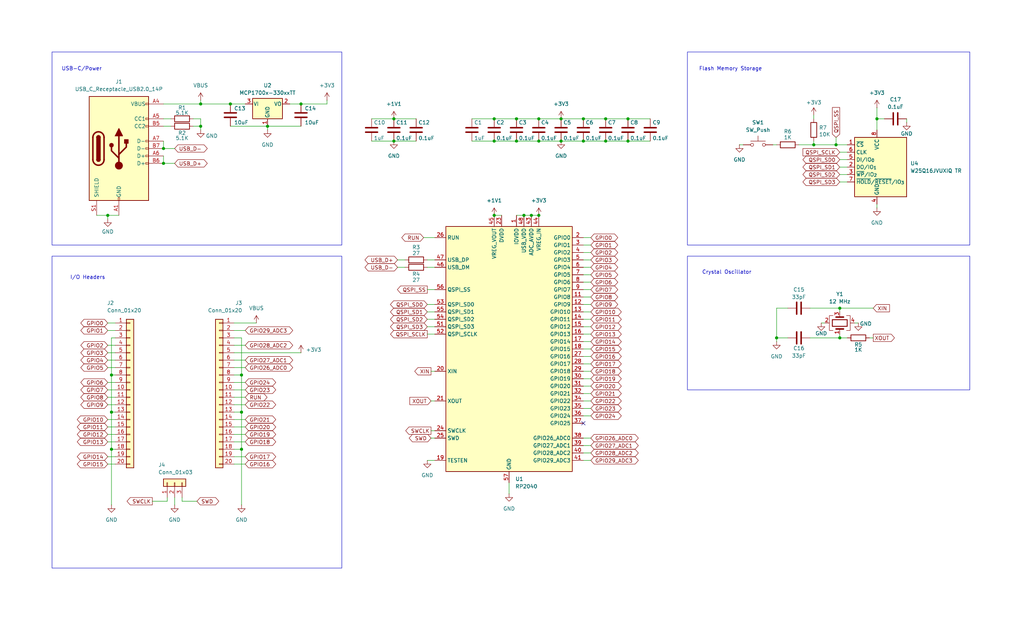
<source format=kicad_sch>
(kicad_sch (version 20250114) (generator "eeschema") (generator_version "9.0")
  (paper "User" 350 220)
  (lib_symbols
    (symbol "Connector:USB_C_Receptacle_USB2.0_14P" (pin_names (offset 1.016))
      (property "Reference" "J" (at 0 22.225 0))
      (property "Value" "USB_C_Receptacle_USB2.0_14P" (at 0 19.685 0))
      (symbol "USB_C_Receptacle_USB2.0_14P_1_1"
        (pin passive line (at -7.62 -22.86 90) (length 5.08) (name "SHIELD") (number "S1"))
        (pin passive line (at 0 -22.86 90) (length 5.08) (name "GND") (number "A1"))
        (pin passive line (at 0 -22.86 90) (length 5.08) (hide yes) (name "GND") (number "A12"))
        (pin passive line (at 0 -22.86 90) (length 5.08) (hide yes) (name "GND") (number "B1"))
        (pin passive line (at 0 -22.86 90) (length 5.08) (hide yes) (name "GND") (number "B12"))
        (pin passive line (at 15.24 15.24 180) (length 5.08) (name "VBUS") (number "A4"))
        (pin passive line (at 15.24 15.24 180) (length 5.08) (hide yes) (name "VBUS") (number "A9"))
        (pin passive line (at 15.24 15.24 180) (length 5.08) (hide yes) (name "VBUS") (number "B4"))
        (pin passive line (at 15.24 15.24 180) (length 5.08) (hide yes) (name "VBUS") (number "B9"))
        (pin bidirectional line (at 15.24 10.16 180) (length 5.08) (name "CC1") (number "A5"))
        (pin bidirectional line (at 15.24 7.62 180) (length 5.08) (name "CC2") (number "B5"))
        (pin bidirectional line (at 15.24 2.54 180) (length 5.08) (name "D-") (number "A7"))
        (pin bidirectional line (at 15.24 0 180) (length 5.08) (name "D-") (number "B7"))
        (pin bidirectional line (at 15.24 -2.54 180) (length 5.08) (name "D+") (number "A6"))
        (pin bidirectional line (at 15.24 -5.08 180) (length 5.08) (name "D+") (number "B6"))
      )
    )
    (symbol "Connector_Generic:Conn_01x03" (pin_names (offset 1.016) (hide yes))
      (property "Reference" "J" (at 0 5.08 0))
      (property "Value" "Conn_01x03" (at 0 -5.08 0))
      (symbol "Conn_01x03_1_1"
        (pin passive line (at -5.08 2.54 0) (length 3.81) (name "Pin_1") (number "1"))
        (pin passive line (at -5.08 0 0) (length 3.81) (name "Pin_2") (number "2"))
        (pin passive line (at -5.08 -2.54 0) (length 3.81) (name "Pin_3") (number "3"))
      )
    )
    (symbol "Connector_Generic:Conn_01x20" (pin_names (offset 1.016) (hide yes))
      (property "Reference" "J" (at 0 25.4 0))
      (property "Value" "Conn_01x20" (at 0 -27.94 0))
      (symbol "Conn_01x20_1_1"
        (pin passive line (at -5.08 22.86 0) (length 3.81) (name "Pin_1") (number "1"))
        (pin passive line (at -5.08 20.32 0) (length 3.81) (name "Pin_2") (number "2"))
        (pin passive line (at -5.08 17.78 0) (length 3.81) (name "Pin_3") (number "3"))
        (pin passive line (at -5.08 15.24 0) (length 3.81) (name "Pin_4") (number "4"))
        (pin passive line (at -5.08 12.7 0) (length 3.81) (name "Pin_5") (number "5"))
        (pin passive line (at -5.08 10.16 0) (length 3.81) (name "Pin_6") (number "6"))
        (pin passive line (at -5.08 7.62 0) (length 3.81) (name "Pin_7") (number "7"))
        (pin passive line (at -5.08 5.08 0) (length 3.81) (name "Pin_8") (number "8"))
        (pin passive line (at -5.08 2.54 0) (length 3.81) (name "Pin_9") (number "9"))
        (pin passive line (at -5.08 0 0) (length 3.81) (name "Pin_10") (number "10"))
        (pin passive line (at -5.08 -2.54 0) (length 3.81) (name "Pin_11") (number "11"))
        (pin passive line (at -5.08 -5.08 0) (length 3.81) (name "Pin_12") (number "12"))
        (pin passive line (at -5.08 -7.62 0) (length 3.81) (name "Pin_13") (number "13"))
        (pin passive line (at -5.08 -10.16 0) (length 3.81) (name "Pin_14") (number "14"))
        (pin passive line (at -5.08 -12.7 0) (length 3.81) (name "Pin_15") (number "15"))
        (pin passive line (at -5.08 -15.24 0) (length 3.81) (name "Pin_16") (number "16"))
        (pin passive line (at -5.08 -17.78 0) (length 3.81) (name "Pin_17") (number "17"))
        (pin passive line (at -5.08 -20.32 0) (length 3.81) (name "Pin_18") (number "18"))
        (pin passive line (at -5.08 -22.86 0) (length 3.81) (name "Pin_19") (number "19"))
        (pin passive line (at -5.08 -25.4 0) (length 3.81) (name "Pin_20") (number "20"))
      )
    )
    (symbol "Device:C" (pin_numbers (hide yes)) (pin_names (offset 0.254))
      (property "Reference" "C" (at 0.635 2.54 0))
      (property "Value" "C" (at 0.635 -2.54 0))
      (symbol "C_1_1"
        (pin passive line (at 0 3.81 270) (length 2.794) (name "~") (number "1"))
        (pin passive line (at 0 -3.81 90) (length 2.794) (name "~") (number "2"))
      )
    )
    (symbol "Device:Crystal_GND24" (pin_names (offset 1.016) (hide yes))
      (property "Reference" "Y" (at 3.175 5.08 0))
      (property "Value" "Crystal_GND24" (at 3.175 3.175 0))
      (symbol "Crystal_GND24_1_1"
        (pin passive line (at -3.81 0 0) (length 1.27) (name "1") (number "1"))
        (pin passive line (at 0 5.08 270) (length 1.27) (name "2") (number "2"))
        (pin passive line (at 0 -5.08 90) (length 1.27) (name "4") (number "4"))
        (pin passive line (at 3.81 0 180) (length 1.27) (name "3") (number "3"))
      )
    )
    (symbol "Device:R" (pin_numbers (hide yes)) (pin_names (offset 0))
      (property "Reference" "R" (at 2.032 0 90))
      (property "Value" "R" (at 0 0 90))
      (symbol "R_1_1"
        (pin passive line (at 0 3.81 270) (length 1.27) (name "~") (number "1"))
        (pin passive line (at 0 -3.81 90) (length 1.27) (name "~") (number "2"))
      )
    )
    (symbol "MCU_RaspberryPi:RP2040"
      (property "Reference" "U" (at 17.78 45.72 0))
      (property "Value" "RP2040" (at 17.78 43.18 0))
      (symbol "RP2040_1_1"
        (pin input line (at -25.4 38.1 0) (length 3.81) (name "RUN") (number "26"))
        (pin bidirectional line (at -25.4 30.48 0) (length 3.81) (name "USB_DP") (number "47"))
        (pin bidirectional line (at -25.4 27.94 0) (length 3.81) (name "USB_DM") (number "46"))
        (pin bidirectional line (at -25.4 20.32 0) (length 3.81) (name "QSPI_SS") (number "56"))
        (pin bidirectional line (at -25.4 15.24 0) (length 3.81) (name "QSPI_SD0") (number "53"))
        (pin bidirectional line (at -25.4 12.7 0) (length 3.81) (name "QSPI_SD1") (number "55"))
        (pin bidirectional line (at -25.4 10.16 0) (length 3.81) (name "QSPI_SD2") (number "54"))
        (pin bidirectional line (at -25.4 7.62 0) (length 3.81) (name "QSPI_SD3") (number "51"))
        (pin output line (at -25.4 5.08 0) (length 3.81) (name "QSPI_SCLK") (number "52"))
        (pin input line (at -25.4 -7.62 0) (length 3.81) (name "XIN") (number "20"))
        (pin passive line (at -25.4 -17.78 0) (length 3.81) (name "XOUT") (number "21"))
        (pin input line (at -25.4 -27.94 0) (length 3.81) (name "SWCLK") (number "24"))
        (pin bidirectional line (at -25.4 -30.48 0) (length 3.81) (name "SWD") (number "25"))
        (pin input line (at -25.4 -38.1 0) (length 3.81) (name "TESTEN") (number "19"))
        (pin power_out line (at -5.08 45.72 270) (length 3.81) (name "VREG_VOUT") (number "45"))
        (pin power_in line (at -2.54 45.72 270) (length 3.81) (name "DVDD") (number "23"))
        (pin passive line (at -2.54 45.72 270) (length 3.81) (hide yes) (name "DVDD") (number "50"))
        (pin power_in line (at 0 -45.72 90) (length 3.81) (name "GND") (number "57"))
        (pin power_in line (at 2.54 45.72 270) (length 3.81) (name "IOVDD") (number "1"))
        (pin passive line (at 2.54 45.72 270) (length 3.81) (hide yes) (name "IOVDD") (number "10"))
        (pin passive line (at 2.54 45.72 270) (length 3.81) (hide yes) (name "IOVDD") (number "22"))
        (pin passive line (at 2.54 45.72 270) (length 3.81) (hide yes) (name "IOVDD") (number "33"))
        (pin passive line (at 2.54 45.72 270) (length 3.81) (hide yes) (name "IOVDD") (number "42"))
        (pin passive line (at 2.54 45.72 270) (length 3.81) (hide yes) (name "IOVDD") (number "49"))
        (pin power_in line (at 5.08 45.72 270) (length 3.81) (name "USB_VDD") (number "48"))
        (pin power_in line (at 7.62 45.72 270) (length 3.81) (name "ADC_AVDD") (number "43"))
        (pin power_in line (at 10.16 45.72 270) (length 3.81) (name "VREG_IN") (number "44"))
        (pin bidirectional line (at 25.4 38.1 180) (length 3.81) (name "GPIO0") (number "2"))
        (pin bidirectional line (at 25.4 35.56 180) (length 3.81) (name "GPIO1") (number "3"))
        (pin bidirectional line (at 25.4 33.02 180) (length 3.81) (name "GPIO2") (number "4"))
        (pin bidirectional line (at 25.4 30.48 180) (length 3.81) (name "GPIO3") (number "5"))
        (pin bidirectional line (at 25.4 27.94 180) (length 3.81) (name "GPIO4") (number "6"))
        (pin bidirectional line (at 25.4 25.4 180) (length 3.81) (name "GPIO5") (number "7"))
        (pin bidirectional line (at 25.4 22.86 180) (length 3.81) (name "GPIO6") (number "8"))
        (pin bidirectional line (at 25.4 20.32 180) (length 3.81) (name "GPIO7") (number "9"))
        (pin bidirectional line (at 25.4 17.78 180) (length 3.81) (name "GPIO8") (number "11"))
        (pin bidirectional line (at 25.4 15.24 180) (length 3.81) (name "GPIO9") (number "12"))
        (pin bidirectional line (at 25.4 12.7 180) (length 3.81) (name "GPIO10") (number "13"))
        (pin bidirectional line (at 25.4 10.16 180) (length 3.81) (name "GPIO11") (number "14"))
        (pin bidirectional line (at 25.4 7.62 180) (length 3.81) (name "GPIO12") (number "15"))
        (pin bidirectional line (at 25.4 5.08 180) (length 3.81) (name "GPIO13") (number "16"))
        (pin bidirectional line (at 25.4 2.54 180) (length 3.81) (name "GPIO14") (number "17"))
        (pin bidirectional line (at 25.4 0 180) (length 3.81) (name "GPIO15") (number "18"))
        (pin bidirectional line (at 25.4 -2.54 180) (length 3.81) (name "GPIO16") (number "27"))
        (pin bidirectional line (at 25.4 -5.08 180) (length 3.81) (name "GPIO17") (number "28"))
        (pin bidirectional line (at 25.4 -7.62 180) (length 3.81) (name "GPIO18") (number "29"))
        (pin bidirectional line (at 25.4 -10.16 180) (length 3.81) (name "GPIO19") (number "30"))
        (pin bidirectional line (at 25.4 -12.7 180) (length 3.81) (name "GPIO20") (number "31"))
        (pin bidirectional line (at 25.4 -15.24 180) (length 3.81) (name "GPIO21") (number "32"))
        (pin bidirectional line (at 25.4 -17.78 180) (length 3.81) (name "GPIO22") (number "34"))
        (pin bidirectional line (at 25.4 -20.32 180) (length 3.81) (name "GPIO23") (number "35"))
        (pin bidirectional line (at 25.4 -22.86 180) (length 3.81) (name "GPIO24") (number "36"))
        (pin bidirectional line (at 25.4 -25.4 180) (length 3.81) (name "GPIO25") (number "37"))
        (pin bidirectional line (at 25.4 -30.48 180) (length 3.81) (name "GPIO26_ADC0") (number "38"))
        (pin bidirectional line (at 25.4 -33.02 180) (length 3.81) (name "GPIO27_ADC1") (number "39"))
        (pin bidirectional line (at 25.4 -35.56 180) (length 3.81) (name "GPIO28_ADC2") (number "40"))
        (pin bidirectional line (at 25.4 -38.1 180) (length 3.81) (name "GPIO29_ADC3") (number "41"))
      )
    )
    (symbol "Memory_Flash:W25Q128JVS"
      (property "Reference" "U" (at -6.35 11.43 0))
      (property "Value" "W25Q128JVS" (at 7.62 11.43 0))
      (symbol "W25Q128JVS_1_1"
        (pin input line (at -10.16 7.62 0) (length 2.54) (name "~{CS}") (number "1"))
        (pin input line (at -10.16 5.08 0) (length 2.54) (name "CLK") (number "6"))
        (pin bidirectional line (at -10.16 2.54 0) (length 2.54) (name "DI/IO_{0}") (number "5"))
        (pin bidirectional line (at -10.16 0 0) (length 2.54) (name "DO/IO_{1}") (number "2"))
        (pin bidirectional line (at -10.16 -2.54 0) (length 2.54) (name "~{WP}/IO_{2}") (number "3"))
        (pin bidirectional line (at -10.16 -5.08 0) (length 2.54) (name "~{HOLD}/~{RESET}/IO_{3}") (number "7"))
        (pin power_in line (at 0 12.7 270) (length 2.54) (name "VCC") (number "8"))
        (pin power_in line (at 0 -12.7 90) (length 2.54) (name "GND") (number "4"))
      )
    )
    (symbol "Regulator_Linear:MCP1700x-330xxTT" (pin_names (offset 0.254))
      (property "Reference" "U" (at -3.81 3.175 0))
      (property "Value" "MCP1700x-330xxTT" (at 0 3.175 0))
      (symbol "MCP1700x-330xxTT_1_1"
        (pin power_in line (at -7.62 0 0) (length 2.54) (name "VI") (number "3"))
        (pin power_in line (at 0 -7.62 90) (length 2.54) (name "GND") (number "1"))
        (pin power_out line (at 7.62 0 180) (length 2.54) (name "VO") (number "2"))
      )
    )
    (symbol "Switch:SW_Push" (pin_numbers (hide yes)) (pin_names (offset 1.016) (hide yes))
      (property "Reference" "SW" (at 1.27 2.54 0))
      (property "Value" "SW_Push" (at 0 -1.524 0))
      (symbol "SW_Push_0_1"
        (pin passive line (at -5.08 0 0) (length 2.54) (name "1") (number "1"))
        (pin passive line (at 5.08 0 180) (length 2.54) (name "2") (number "2"))
      )
    )
    (symbol "power:+1V1" (power) (pin_numbers (hide yes)) (pin_names (offset 0) (hide yes))
      (property "Value" "+1V1" (at 0 3.556 0))
      (symbol "+1V1_1_1"
        (pin power_in line (at 0 0 90) (length 0) (name "~") (number "1"))
      )
    )
    (symbol "power:+3V3" (power) (pin_numbers (hide yes)) (pin_names (offset 0) (hide yes))
      (property "Value" "+3V3" (at 0 3.556 0))
      (symbol "+3V3_1_1"
        (pin power_in line (at 0 0 90) (length 0) (name "~") (number "1"))
      )
    )
    (symbol "power:GND" (power) (pin_numbers (hide yes)) (pin_names (offset 0) (hide yes))
      (property "Value" "GND" (at 0 -3.81 0))
      (symbol "GND_1_1"
        (pin power_in line (at 0 0 270) (length 0) (name "~") (number "1"))
      )
    )
    (symbol "power:VBUS" (power) (pin_numbers (hide yes)) (pin_names (offset 0) (hide yes))
      (property "Value" "VBUS" (at 0 3.556 0))
      (symbol "VBUS_1_1"
        (pin power_in line (at 0 0 90) (length 0) (name "~") (number "1"))
      )
    )
  )
  (rectangle (start 17.78 87.63) (end 116.84 194.31))
  (rectangle (start 234.95 87.63) (end 331.47 133.35))
  (rectangle (start 234.95 17.78) (end 331.47 83.82))
  (rectangle (start 17.78 17.78) (end 116.84 83.82))
  (text "Crystal Oscillator" (at 248.412 93.218 0) (effects (font (size 1.27 1.27))))
  (text "I/O Headers\n" (at 29.972 94.996 0) (effects (font (size 1.27 1.27))))
  (text "Flash Memory Storage\n" (at 249.682 23.622 0) (effects (font (size 1.27 1.27))))
  (text "USB-C/Power\n" (at 27.94 23.622 0) (effects (font (size 1.27 1.27))))
  (junction (at 38.1 153.67))
  (junction (at 278.13 49.53))
  (junction (at 176.53 48.26))
  (junction (at 168.91 40.64))
  (junction (at 287.02 105.41))
  (junction (at 68.58 35.56))
  (junction (at 55.88 50.8))
  (junction (at 265.43 115.57))
  (junction (at 207.01 48.26))
  (junction (at 181.61 73.66))
  (junction (at 184.15 73.66))
  (junction (at 285.75 49.53))
  (junction (at 214.63 48.26))
  (junction (at 191.77 40.64))
  (junction (at 287.02 115.57))
  (junction (at 82.55 128.27))
  (junction (at 38.1 128.27))
  (junction (at 82.55 153.67))
  (junction (at 134.62 40.64))
  (junction (at 168.91 48.26))
  (junction (at 184.15 48.26))
  (junction (at 191.77 48.26))
  (junction (at 168.91 73.66))
  (junction (at 199.39 48.26))
  (junction (at 82.55 140.97))
  (junction (at 91.44 43.18))
  (junction (at 199.39 40.64))
  (junction (at 184.15 40.64))
  (junction (at 78.74 35.56))
  (junction (at 38.1 140.97))
  (junction (at 134.62 48.26))
  (junction (at 36.83 73.66))
  (junction (at 207.01 40.64))
  (junction (at 68.58 43.18))
  (junction (at 102.87 35.56))
  (junction (at 179.07 73.66))
  (junction (at 176.53 40.64))
  (junction (at 55.88 55.88))
  (junction (at 299.72 40.64))
  (junction (at 214.63 40.64))
  (no_connect (at 199.39 144.78))
  (wire (pts (xy 52.07 171.45) (xy 57.15 171.45)))
  (wire (pts (xy 176.53 73.66) (xy 179.07 73.66)))
  (wire (pts (xy 36.83 158.75) (xy 39.37 158.75)))
  (wire (pts (xy 135.89 91.44) (xy 138.43 91.44)))
  (wire (pts (xy 265.43 115.57) (xy 265.43 116.84)))
  (wire (pts (xy 199.39 139.7) (xy 201.93 139.7)))
  (wire (pts (xy 80.01 110.49) (xy 87.63 110.49)))
  (wire (pts (xy 287.02 105.41) (xy 287.02 106.68)))
  (wire (pts (xy 252.73 49.53) (xy 254 49.53)))
  (wire (pts (xy 83.82 113.03) (xy 80.01 113.03)))
  (wire (pts (xy 199.39 111.76) (xy 201.93 111.76)))
  (wire (pts (xy 82.55 153.67) (xy 82.55 140.97)))
  (wire (pts (xy 62.23 170.18) (xy 62.23 171.45)))
  (wire (pts (xy 297.18 115.57) (xy 298.45 115.57)))
  (wire (pts (xy 287.02 105.41) (xy 298.45 105.41)))
  (wire (pts (xy 55.88 40.64) (xy 58.42 40.64)))
  (wire (pts (xy 80.01 140.97) (xy 82.55 140.97)))
  (wire (pts (xy 269.24 105.41) (xy 265.43 105.41)))
  (wire (pts (xy 36.83 148.59) (xy 39.37 148.59)))
  (wire (pts (xy 55.88 55.88) (xy 59.69 55.88)))
  (wire (pts (xy 199.39 137.16) (xy 201.93 137.16)))
  (wire (pts (xy 287.02 62.23) (xy 289.56 62.23)))
  (wire (pts (xy 83.82 156.21) (xy 80.01 156.21)))
  (wire (pts (xy 199.39 114.3) (xy 201.93 114.3)))
  (wire (pts (xy 199.39 101.6) (xy 201.93 101.6)))
  (wire (pts (xy 68.58 34.29) (xy 68.58 35.56)))
  (wire (pts (xy 134.62 40.64) (xy 142.24 40.64)))
  (wire (pts (xy 83.82 138.43) (xy 80.01 138.43)))
  (wire (pts (xy 146.05 109.22) (xy 148.59 109.22)))
  (wire (pts (xy 214.63 48.26) (xy 222.25 48.26)))
  (wire (pts (xy 199.39 127) (xy 201.93 127)))
  (wire (pts (xy 146.05 157.48) (xy 148.59 157.48)))
  (wire (pts (xy 36.83 143.51) (xy 39.37 143.51)))
  (wire (pts (xy 36.83 135.89) (xy 39.37 135.89)))
  (wire (pts (xy 161.29 40.64) (xy 168.91 40.64)))
  (wire (pts (xy 199.39 93.98) (xy 201.93 93.98)))
  (wire (pts (xy 80.01 120.65) (xy 102.87 120.65)))
  (wire (pts (xy 287.02 54.61) (xy 289.56 54.61)))
  (wire (pts (xy 36.83 133.35) (xy 39.37 133.35)))
  (wire (pts (xy 36.83 130.81) (xy 39.37 130.81)))
  (wire (pts (xy 264.16 49.53) (xy 265.43 49.53)))
  (wire (pts (xy 285.75 46.99) (xy 285.75 49.53)))
  (wire (pts (xy 147.32 147.32) (xy 148.59 147.32)))
  (wire (pts (xy 66.04 40.64) (xy 68.58 40.64)))
  (wire (pts (xy 38.1 153.67) (xy 38.1 172.72)))
  (wire (pts (xy 199.39 154.94) (xy 201.93 154.94)))
  (wire (pts (xy 199.39 157.48) (xy 201.93 157.48)))
  (wire (pts (xy 38.1 128.27) (xy 38.1 140.97)))
  (wire (pts (xy 55.88 35.56) (xy 68.58 35.56)))
  (wire (pts (xy 83.82 146.05) (xy 80.01 146.05)))
  (wire (pts (xy 176.53 48.26) (xy 184.15 48.26)))
  (wire (pts (xy 146.05 99.06) (xy 148.59 99.06)))
  (wire (pts (xy 36.83 73.66) (xy 40.64 73.66)))
  (wire (pts (xy 68.58 43.18) (xy 68.58 44.45)))
  (wire (pts (xy 78.74 43.18) (xy 91.44 43.18)))
  (wire (pts (xy 199.39 109.22) (xy 201.93 109.22)))
  (wire (pts (xy 39.37 115.57) (xy 38.1 115.57)))
  (wire (pts (xy 62.23 171.45) (xy 67.31 171.45)))
  (wire (pts (xy 59.69 172.72) (xy 59.69 170.18)))
  (wire (pts (xy 82.55 140.97) (xy 82.55 128.27)))
  (wire (pts (xy 168.91 73.66) (xy 171.45 73.66)))
  (wire (pts (xy 127 48.26) (xy 134.62 48.26)))
  (wire (pts (xy 55.88 50.8) (xy 59.69 50.8)))
  (wire (pts (xy 299.72 36.83) (xy 299.72 40.64)))
  (wire (pts (xy 146.05 91.44) (xy 148.59 91.44)))
  (wire (pts (xy 199.39 142.24) (xy 201.93 142.24)))
  (wire (pts (xy 199.39 99.06) (xy 201.93 99.06)))
  (wire (pts (xy 285.75 49.53) (xy 289.56 49.53)))
  (wire (pts (xy 66.04 43.18) (xy 68.58 43.18)))
  (wire (pts (xy 36.83 125.73) (xy 39.37 125.73)))
  (wire (pts (xy 134.62 48.26) (xy 142.24 48.26)))
  (wire (pts (xy 181.61 73.66) (xy 184.15 73.66)))
  (wire (pts (xy 199.39 104.14) (xy 201.93 104.14)))
  (wire (pts (xy 199.39 91.44) (xy 201.93 91.44)))
  (wire (pts (xy 36.83 156.21) (xy 39.37 156.21)))
  (wire (pts (xy 36.83 118.11) (xy 39.37 118.11)))
  (wire (pts (xy 179.07 73.66) (xy 181.61 73.66)))
  (wire (pts (xy 38.1 115.57) (xy 38.1 128.27)))
  (wire (pts (xy 82.55 115.57) (xy 80.01 115.57)))
  (wire (pts (xy 199.39 134.62) (xy 201.93 134.62)))
  (wire (pts (xy 207.01 48.26) (xy 214.63 48.26)))
  (wire (pts (xy 80.01 153.67) (xy 82.55 153.67)))
  (wire (pts (xy 269.24 115.57) (xy 265.43 115.57)))
  (wire (pts (xy 68.58 35.56) (xy 78.74 35.56)))
  (wire (pts (xy 292.1 110.49) (xy 293.37 110.49)))
  (wire (pts (xy 199.39 40.64) (xy 207.01 40.64)))
  (wire (pts (xy 299.72 69.85) (xy 299.72 71.12)))
  (wire (pts (xy 99.06 35.56) (xy 102.87 35.56)))
  (wire (pts (xy 287.02 115.57) (xy 287.02 114.3)))
  (wire (pts (xy 161.29 48.26) (xy 168.91 48.26)))
  (wire (pts (xy 199.39 81.28) (xy 201.93 81.28)))
  (wire (pts (xy 135.89 88.9) (xy 138.43 88.9)))
  (wire (pts (xy 287.02 59.69) (xy 289.56 59.69)))
  (wire (pts (xy 265.43 105.41) (xy 265.43 115.57)))
  (wire (pts (xy 191.77 48.26) (xy 199.39 48.26)))
  (wire (pts (xy 184.15 48.26) (xy 191.77 48.26)))
  (wire (pts (xy 144.78 81.28) (xy 148.59 81.28)))
  (wire (pts (xy 184.15 40.64) (xy 191.77 40.64)))
  (wire (pts (xy 83.82 151.13) (xy 80.01 151.13)))
  (wire (pts (xy 55.88 48.26) (xy 55.88 50.8)))
  (wire (pts (xy 299.72 40.64) (xy 299.72 44.45)))
  (wire (pts (xy 199.39 121.92) (xy 201.93 121.92)))
  (wire (pts (xy 82.55 128.27) (xy 82.55 115.57)))
  (wire (pts (xy 36.83 113.03) (xy 39.37 113.03)))
  (wire (pts (xy 83.82 135.89) (xy 80.01 135.89)))
  (wire (pts (xy 146.05 88.9) (xy 148.59 88.9)))
  (wire (pts (xy 33.02 73.66) (xy 36.83 73.66)))
  (wire (pts (xy 91.44 44.45) (xy 91.44 43.18)))
  (wire (pts (xy 207.01 40.64) (xy 214.63 40.64)))
  (wire (pts (xy 38.1 140.97) (xy 39.37 140.97)))
  (wire (pts (xy 80.01 128.27) (xy 82.55 128.27)))
  (wire (pts (xy 83.82 143.51) (xy 80.01 143.51)))
  (wire (pts (xy 146.05 114.3) (xy 148.59 114.3)))
  (wire (pts (xy 68.58 40.64) (xy 68.58 43.18)))
  (wire (pts (xy 276.86 105.41) (xy 287.02 105.41)))
  (wire (pts (xy 168.91 48.26) (xy 176.53 48.26)))
  (wire (pts (xy 147.32 137.16) (xy 148.59 137.16)))
  (wire (pts (xy 199.39 129.54) (xy 201.93 129.54)))
  (wire (pts (xy 127 40.64) (xy 134.62 40.64)))
  (wire (pts (xy 147.32 149.86) (xy 148.59 149.86)))
  (wire (pts (xy 91.44 43.18) (xy 102.87 43.18)))
  (wire (pts (xy 199.39 116.84) (xy 201.93 116.84)))
  (wire (pts (xy 36.83 138.43) (xy 39.37 138.43)))
  (wire (pts (xy 309.88 41.91) (xy 309.88 40.64)))
  (wire (pts (xy 287.02 52.07) (xy 289.56 52.07)))
  (wire (pts (xy 146.05 111.76) (xy 148.59 111.76)))
  (wire (pts (xy 199.39 149.86) (xy 201.93 149.86)))
  (wire (pts (xy 199.39 83.82) (xy 201.93 83.82)))
  (wire (pts (xy 199.39 119.38) (xy 201.93 119.38)))
  (wire (pts (xy 168.91 40.64) (xy 176.53 40.64)))
  (wire (pts (xy 302.26 40.64) (xy 299.72 40.64)))
  (wire (pts (xy 280.67 110.49) (xy 281.94 110.49)))
  (wire (pts (xy 78.74 35.56) (xy 83.82 35.56)))
  (wire (pts (xy 83.82 158.75) (xy 80.01 158.75)))
  (wire (pts (xy 199.39 88.9) (xy 201.93 88.9)))
  (wire (pts (xy 278.13 49.53) (xy 285.75 49.53)))
  (wire (pts (xy 80.01 118.11) (xy 83.82 118.11)))
  (wire (pts (xy 83.82 130.81) (xy 80.01 130.81)))
  (wire (pts (xy 199.39 152.4) (xy 201.93 152.4)))
  (wire (pts (xy 199.39 106.68) (xy 201.93 106.68)))
  (wire (pts (xy 55.88 43.18) (xy 58.42 43.18)))
  (wire (pts (xy 287.02 57.15) (xy 289.56 57.15)))
  (wire (pts (xy 147.32 127) (xy 148.59 127)))
  (wire (pts (xy 57.15 171.45) (xy 57.15 170.18)))
  (wire (pts (xy 111.76 35.56) (xy 102.87 35.56)))
  (wire (pts (xy 38.1 128.27) (xy 39.37 128.27)))
  (wire (pts (xy 173.99 165.1) (xy 173.99 168.91)))
  (wire (pts (xy 36.83 123.19) (xy 39.37 123.19)))
  (wire (pts (xy 287.02 115.57) (xy 289.56 115.57)))
  (wire (pts (xy 36.83 110.49) (xy 39.37 110.49)))
  (wire (pts (xy 278.13 48.26) (xy 278.13 49.53)))
  (wire (pts (xy 191.77 40.64) (xy 199.39 40.64)))
  (wire (pts (xy 111.76 34.29) (xy 111.76 35.56)))
  (wire (pts (xy 146.05 106.68) (xy 148.59 106.68)))
  (wire (pts (xy 199.39 86.36) (xy 201.93 86.36)))
  (wire (pts (xy 82.55 172.72) (xy 82.55 153.67)))
  (wire (pts (xy 214.63 40.64) (xy 222.25 40.64)))
  (wire (pts (xy 176.53 40.64) (xy 184.15 40.64)))
  (wire (pts (xy 38.1 153.67) (xy 39.37 153.67)))
  (wire (pts (xy 199.39 124.46) (xy 201.93 124.46)))
  (wire (pts (xy 273.05 49.53) (xy 278.13 49.53)))
  (wire (pts (xy 38.1 140.97) (xy 38.1 153.67)))
  (wire (pts (xy 278.13 39.37) (xy 278.13 40.64)))
  (wire (pts (xy 276.86 115.57) (xy 287.02 115.57)))
  (wire (pts (xy 146.05 104.14) (xy 148.59 104.14)))
  (wire (pts (xy 55.88 53.34) (xy 55.88 55.88)))
  (wire (pts (xy 83.82 133.35) (xy 80.01 133.35)))
  (wire (pts (xy 83.82 125.73) (xy 80.01 125.73)))
  (wire (pts (xy 83.82 148.59) (xy 80.01 148.59)))
  (wire (pts (xy 36.83 120.65) (xy 39.37 120.65)))
  (wire (pts (xy 36.83 151.13) (xy 39.37 151.13)))
  (wire (pts (xy 36.83 146.05) (xy 39.37 146.05)))
  (wire (pts (xy 199.39 132.08) (xy 201.93 132.08)))
  (wire (pts (xy 36.83 74.93) (xy 36.83 73.66)))
  (wire (pts (xy 199.39 48.26) (xy 207.01 48.26)))
  (wire (pts (xy 199.39 96.52) (xy 201.93 96.52)))
  (wire (pts (xy 80.01 123.19) (xy 83.82 123.19)))
  (global_label "GPIO9" (shape bidirectional) (at 201.93 104.14 0) (property "Intersheetrefs" "${INTERSHEET_REFS}" (effects (hide yes))))
  (global_label "QSPI_SD1" (shape bidirectional) (at 146.05 106.68 180) (property "Intersheetrefs" "${INTERSHEET_REFS}" (effects (hide yes))))
  (global_label "GPIO5" (shape bidirectional) (at 201.93 93.98 0) (property "Intersheetrefs" "${INTERSHEET_REFS}" (effects (hide yes))))
  (global_label "GPIO4" (shape bidirectional) (at 201.93 91.44 0) (property "Intersheetrefs" "${INTERSHEET_REFS}" (effects (hide yes))))
  (global_label "XOUT" (shape output) (at 298.45 115.57 0) (property "Intersheetrefs" "${INTERSHEET_REFS}" (effects (hide yes))))
  (global_label "GPIO21" (shape bidirectional) (at 201.93 134.62 0) (property "Intersheetrefs" "${INTERSHEET_REFS}" (effects (hide yes))))
  (global_label "GPIO18" (shape bidirectional) (at 201.93 127 0) (property "Intersheetrefs" "${INTERSHEET_REFS}" (effects (hide yes))))
  (global_label "GPIO29_ADC3" (shape bidirectional) (at 201.93 157.48 0) (property "Intersheetrefs" "${INTERSHEET_REFS}" (effects (hide yes))))
  (global_label "GPIO2" (shape bidirectional) (at 36.83 118.11 180) (property "Intersheetrefs" "${INTERSHEET_REFS}" (effects (hide yes))))
  (global_label "GPIO7" (shape bidirectional) (at 36.83 133.35 180) (property "Intersheetrefs" "${INTERSHEET_REFS}" (effects (hide yes))))
  (global_label "GPIO13" (shape bidirectional) (at 201.93 114.3 0) (property "Intersheetrefs" "${INTERSHEET_REFS}" (effects (hide yes))))
  (global_label "GPIO1" (shape bidirectional) (at 36.83 113.03 180) (property "Intersheetrefs" "${INTERSHEET_REFS}" (effects (hide yes))))
  (global_label "GPIO14" (shape bidirectional) (at 36.83 156.21 180) (property "Intersheetrefs" "${INTERSHEET_REFS}" (effects (hide yes))))
  (global_label "GPIO19" (shape bidirectional) (at 201.93 129.54 0) (property "Intersheetrefs" "${INTERSHEET_REFS}" (effects (hide yes))))
  (global_label "GPIO6" (shape bidirectional) (at 36.83 130.81 180) (property "Intersheetrefs" "${INTERSHEET_REFS}" (effects (hide yes))))
  (global_label "GPIO20" (shape bidirectional) (at 83.82 146.05 0) (property "Intersheetrefs" "${INTERSHEET_REFS}" (effects (hide yes))))
  (global_label "GPIO3" (shape bidirectional) (at 201.93 88.9 0) (property "Intersheetrefs" "${INTERSHEET_REFS}" (effects (hide yes))))
  (global_label "GPIO16" (shape bidirectional) (at 83.82 158.75 0) (property "Intersheetrefs" "${INTERSHEET_REFS}" (effects (hide yes))))
  (global_label "SWD" (shape bidirectional) (at 67.31 171.45 0) (property "Intersheetrefs" "${INTERSHEET_REFS}" (effects (hide yes))))
  (global_label "GPIO19" (shape bidirectional) (at 83.82 148.59 0) (property "Intersheetrefs" "${INTERSHEET_REFS}" (effects (hide yes))))
  (global_label "GPIO29_ADC3" (shape bidirectional) (at 83.82 113.03 0) (property "Intersheetrefs" "${INTERSHEET_REFS}" (effects (hide yes))))
  (global_label "QSPI_SD2" (shape bidirectional) (at 146.05 109.22 180) (property "Intersheetrefs" "${INTERSHEET_REFS}" (effects (hide yes))))
  (global_label "QSPI_SD3" (shape bidirectional) (at 287.02 62.23 180) (property "Intersheetrefs" "${INTERSHEET_REFS}" (effects (hide yes))))
  (global_label "GPIO27_ADC1" (shape bidirectional) (at 83.82 123.19 0) (property "Intersheetrefs" "${INTERSHEET_REFS}" (effects (hide yes))))
  (global_label "GPIO17" (shape bidirectional) (at 201.93 124.46 0) (property "Intersheetrefs" "${INTERSHEET_REFS}" (effects (hide yes))))
  (global_label "GPIO9" (shape bidirectional) (at 36.83 138.43 180) (property "Intersheetrefs" "${INTERSHEET_REFS}" (effects (hide yes))))
  (global_label "GPIO12" (shape bidirectional) (at 36.83 148.59 180) (property "Intersheetrefs" "${INTERSHEET_REFS}" (effects (hide yes))))
  (global_label "USB_D+" (shape bidirectional) (at 135.89 88.9 180) (property "Intersheetrefs" "${INTERSHEET_REFS}" (effects (hide yes))))
  (global_label "GPIO5" (shape bidirectional) (at 36.83 125.73 180) (property "Intersheetrefs" "${INTERSHEET_REFS}" (effects (hide yes))))
  (global_label "GPIO21" (shape bidirectional) (at 83.82 143.51 0) (property "Intersheetrefs" "${INTERSHEET_REFS}" (effects (hide yes))))
  (global_label "GPIO18" (shape bidirectional) (at 83.82 151.13 0) (property "Intersheetrefs" "${INTERSHEET_REFS}" (effects (hide yes))))
  (global_label "GPIO2" (shape bidirectional) (at 201.93 86.36 0) (property "Intersheetrefs" "${INTERSHEET_REFS}" (effects (hide yes))))
  (global_label "GPIO14" (shape bidirectional) (at 201.93 116.84 0) (property "Intersheetrefs" "${INTERSHEET_REFS}" (effects (hide yes))))
  (global_label "GPIO10" (shape bidirectional) (at 36.83 143.51 180) (property "Intersheetrefs" "${INTERSHEET_REFS}" (effects (hide yes))))
  (global_label "GPIO24" (shape bidirectional) (at 201.93 142.24 0) (property "Intersheetrefs" "${INTERSHEET_REFS}" (effects (hide yes))))
  (global_label "GPIO23" (shape bidirectional) (at 201.93 139.7 0) (property "Intersheetrefs" "${INTERSHEET_REFS}" (effects (hide yes))))
  (global_label "QSPI_SD1" (shape bidirectional) (at 287.02 57.15 180) (property "Intersheetrefs" "${INTERSHEET_REFS}" (effects (hide yes))))
  (global_label "QSPI_SCLK" (shape input) (at 287.02 52.07 180) (property "Intersheetrefs" "${INTERSHEET_REFS}" (effects (hide yes))))
  (global_label "GPIO7" (shape bidirectional) (at 201.93 99.06 0) (property "Intersheetrefs" "${INTERSHEET_REFS}" (effects (hide yes))))
  (global_label "RUN" (shape bidirectional) (at 144.78 81.28 180) (property "Intersheetrefs" "${INTERSHEET_REFS}" (effects (hide yes))))
  (global_label "GPIO22" (shape bidirectional) (at 83.82 138.43 0) (property "Intersheetrefs" "${INTERSHEET_REFS}" (effects (hide yes))))
  (global_label "GPIO15" (shape bidirectional) (at 36.83 158.75 180) (property "Intersheetrefs" "${INTERSHEET_REFS}" (effects (hide yes))))
  (global_label "GPIO8" (shape bidirectional) (at 36.83 135.89 180) (property "Intersheetrefs" "${INTERSHEET_REFS}" (effects (hide yes))))
  (global_label "GPIO28_ADC2" (shape bidirectional) (at 83.82 118.11 0) (property "Intersheetrefs" "${INTERSHEET_REFS}" (effects (hide yes))))
  (global_label "GPIO11" (shape bidirectional) (at 201.93 109.22 0) (property "Intersheetrefs" "${INTERSHEET_REFS}" (effects (hide yes))))
  (global_label "RUN" (shape bidirectional) (at 83.82 135.89 0) (property "Intersheetrefs" "${INTERSHEET_REFS}" (effects (hide yes))))
  (global_label "XIN" (shape input) (at 298.45 105.41 0) (property "Intersheetrefs" "${INTERSHEET_REFS}" (effects (hide yes))))
  (global_label "SWD" (shape bidirectional) (at 147.32 149.86 180) (property "Intersheetrefs" "${INTERSHEET_REFS}" (effects (hide yes))))
  (global_label "QSPI_SD3" (shape bidirectional) (at 146.05 111.76 180) (property "Intersheetrefs" "${INTERSHEET_REFS}" (effects (hide yes))))
  (global_label "GPIO26_ADC0" (shape bidirectional) (at 83.82 125.73 0) (property "Intersheetrefs" "${INTERSHEET_REFS}" (effects (hide yes))))
  (global_label "GPIO17" (shape bidirectional) (at 83.82 156.21 0) (property "Intersheetrefs" "${INTERSHEET_REFS}" (effects (hide yes))))
  (global_label "GPIO27_ADC1" (shape bidirectional) (at 201.93 152.4 0) (property "Intersheetrefs" "${INTERSHEET_REFS}" (effects (hide yes))))
  (global_label "QSPI_SD2" (shape bidirectional) (at 287.02 59.69 180) (property "Intersheetrefs" "${INTERSHEET_REFS}" (effects (hide yes))))
  (global_label "QSPI_SD0" (shape bidirectional) (at 287.02 54.61 180) (property "Intersheetrefs" "${INTERSHEET_REFS}" (effects (hide yes))))
  (global_label "USB_D-" (shape bidirectional) (at 135.89 91.44 180) (property "Intersheetrefs" "${INTERSHEET_REFS}" (effects (hide yes))))
  (global_label "XOUT" (shape input) (at 147.32 137.16 180) (property "Intersheetrefs" "${INTERSHEET_REFS}" (effects (hide yes))))
  (global_label "GPIO16" (shape bidirectional) (at 201.93 121.92 0) (property "Intersheetrefs" "${INTERSHEET_REFS}" (effects (hide yes))))
  (global_label "USB_D+" (shape bidirectional) (at 59.69 55.88 0) (property "Intersheetrefs" "${INTERSHEET_REFS}" (effects (hide yes))))
  (global_label "SWCLK" (shape output) (at 147.32 147.32 180) (property "Intersheetrefs" "${INTERSHEET_REFS}" (effects (hide yes))))
  (global_label "USB_D-" (shape bidirectional) (at 59.69 50.8 0) (property "Intersheetrefs" "${INTERSHEET_REFS}" (effects (hide yes))))
  (global_label "GPIO6" (shape bidirectional) (at 201.93 96.52 0) (property "Intersheetrefs" "${INTERSHEET_REFS}" (effects (hide yes))))
  (global_label "GPIO12" (shape bidirectional) (at 201.93 111.76 0) (property "Intersheetrefs" "${INTERSHEET_REFS}" (effects (hide yes))))
  (global_label "GPIO13" (shape bidirectional) (at 36.83 151.13 180) (property "Intersheetrefs" "${INTERSHEET_REFS}" (effects (hide yes))))
  (global_label "GPIO3" (shape bidirectional) (at 36.83 120.65 180) (property "Intersheetrefs" "${INTERSHEET_REFS}" (effects (hide yes))))
  (global_label "GPIO26_ADC0" (shape bidirectional) (at 201.93 149.86 0) (property "Intersheetrefs" "${INTERSHEET_REFS}" (effects (hide yes))))
  (global_label "GPIO28_ADC2" (shape bidirectional) (at 201.93 154.94 0) (property "Intersheetrefs" "${INTERSHEET_REFS}" (effects (hide yes))))
  (global_label "GPIO8" (shape bidirectional) (at 201.93 101.6 0) (property "Intersheetrefs" "${INTERSHEET_REFS}" (effects (hide yes))))
  (global_label "GPIO15" (shape bidirectional) (at 201.93 119.38 0) (property "Intersheetrefs" "${INTERSHEET_REFS}" (effects (hide yes))))
  (global_label "GPIO11" (shape bidirectional) (at 36.83 146.05 180) (property "Intersheetrefs" "${INTERSHEET_REFS}" (effects (hide yes))))
  (global_label "QSPI_SS" (shape input) (at 285.75 46.99 90) (property "Intersheetrefs" "${INTERSHEET_REFS}" (effects (hide yes))))
  (global_label "GPIO24" (shape bidirectional) (at 83.82 130.81 0) (property "Intersheetrefs" "${INTERSHEET_REFS}" (effects (hide yes))))
  (global_label "GPIO23" (shape bidirectional) (at 83.82 133.35 0) (property "Intersheetrefs" "${INTERSHEET_REFS}" (effects (hide yes))))
  (global_label "GPIO20" (shape bidirectional) (at 201.93 132.08 0) (property "Intersheetrefs" "${INTERSHEET_REFS}" (effects (hide yes))))
  (global_label "GPIO0" (shape bidirectional) (at 36.83 110.49 180) (property "Intersheetrefs" "${INTERSHEET_REFS}" (effects (hide yes))))
  (global_label "SWCLK" (shape output) (at 52.07 171.45 180) (property "Intersheetrefs" "${INTERSHEET_REFS}" (effects (hide yes))))
  (global_label "QSPI_SCLK" (shape output) (at 146.05 114.3 180) (property "Intersheetrefs" "${INTERSHEET_REFS}" (effects (hide yes))))
  (global_label "GPIO22" (shape bidirectional) (at 201.93 137.16 0) (property "Intersheetrefs" "${INTERSHEET_REFS}" (effects (hide yes))))
  (global_label "GPIO1" (shape bidirectional) (at 201.93 83.82 0) (property "Intersheetrefs" "${INTERSHEET_REFS}" (effects (hide yes))))
  (global_label "XIN" (shape output) (at 147.32 127 180) (property "Intersheetrefs" "${INTERSHEET_REFS}" (effects (hide yes))))
  (global_label "GPIO10" (shape bidirectional) (at 201.93 106.68 0) (property "Intersheetrefs" "${INTERSHEET_REFS}" (effects (hide yes))))
  (global_label "GPIO0" (shape bidirectional) (at 201.93 81.28 0) (property "Intersheetrefs" "${INTERSHEET_REFS}" (effects (hide yes))))
  (global_label "QSPI_SS" (shape output) (at 146.05 99.06 180) (property "Intersheetrefs" "${INTERSHEET_REFS}" (effects (hide yes))))
  (global_label "QSPI_SD0" (shape bidirectional) (at 146.05 104.14 180) (property "Intersheetrefs" "${INTERSHEET_REFS}" (effects (hide yes))))
  (global_label "GPIO4" (shape bidirectional) (at 36.83 123.19 180) (property "Intersheetrefs" "${INTERSHEET_REFS}" (effects (hide yes))))
  (symbol (lib_id "power:+3V3") (at 191.77 40.64 0) (unit 1)
    (property "Reference" "#PWR02" (effects (hide yes)))
    (property "Value" "+3V3" (at 191.77 35.56 0))
    (property "Description" "Power symbol creates a global label with name \"+3V3\"" (effects (hide yes)))
  )
  (symbol (lib_id "power:GND") (at 280.67 110.49 0) (unit 1)
    (property "Reference" "#PWR014" (effects (hide yes)))
    (property "Value" "GND" (at 280.67 114.046 0))
    (property "Description" "Power symbol creates a global label with name \"GND\" , ground" (effects (hide yes)))
  )
  (symbol (lib_id "Memory_Flash:W25Q128JVS") (at 299.72 57.15 0) (unit 1)
    (property "Reference" "U4" (at 311.15 55.8799 0) (effects (justify left)))
    (property "Value" "W25Q16JVUXIQ TR" (at 311.15 58.4199 0) (effects (justify left)))
    (property "Footprint" "Package_SON:Winbond_USON-8-1EP_3x2mm_P0.5mm_EP0.2x1.6mm" (effects (hide yes)))
    (property "Datasheet" "https://www.winbond.com/resource-files/w25q128jv_dtr%20revc%2003272018%20plus.pdf" (effects (hide yes)))
    (property "Description" "128Mbit / 16MiB Serial Flash Memory, Standard/Dual/Quad SPI, 2.7-3.6V, SOIC-8" (effects (hide yes)))
  )
  (symbol (lib_id "power:GND") (at 293.37 110.49 0) (unit 1)
    (property "Reference" "#PWR013" (effects (hide yes)))
    (property "Value" "GND" (at 295.91 110.744 0))
    (property "Description" "Power symbol creates a global label with name \"GND\" , ground" (effects (hide yes)))
  )
  (symbol (lib_id "Device:R") (at 142.24 91.44 90) (unit 1)
    (property "Reference" "R4" (at 142.24 93.726 90))
    (property "Value" "27" (at 142.24 95.758 90))
    (property "Footprint" "Resistor_SMD:R_0402_1005Metric" (effects (hide yes)))
    (property "Description" "Resistor" (effects (hide yes)))
  )
  (symbol (lib_id "power:GND") (at 36.83 74.93 0) (unit 1)
    (property "Reference" "#PWR07" (effects (hide yes)))
    (property "Value" "GND" (at 36.83 79.248 0))
    (property "Description" "Power symbol creates a global label with name \"GND\" , ground" (effects (hide yes)))
  )
  (symbol (lib_id "Device:C") (at 176.53 44.45 0) (unit 1)
    (property "Reference" "C3" (at 177.292 41.91 0) (effects (justify left)))
    (property "Value" "0.1uF" (at 177.292 47.244 0) (effects (justify left)))
    (property "Footprint" "Capacitor_SMD:C_0402_1005Metric" (effects (hide yes)))
    (property "Description" "Unpolarized capacitor" (effects (hide yes)))
  )
  (symbol (lib_id "power:GND") (at 91.44 44.45 0) (unit 1)
    (property "Reference" "#PWR09" (effects (hide yes)))
    (property "Value" "GND" (at 91.44 49.53 0))
    (property "Description" "Power symbol creates a global label with name \"GND\" , ground" (effects (hide yes)))
  )
  (symbol (lib_id "Device:R") (at 278.13 44.45 0) (unit 1)
    (property "Reference" "R7" (at 279.908 43.688 0) (effects (justify left)))
    (property "Value" "10K" (at 279.908 45.974 0) (effects (justify left)))
    (property "Footprint" "Resistor_SMD:R_0402_1005Metric" (effects (hide yes)))
    (property "Description" "Resistor" (effects (hide yes)))
  )
  (symbol (lib_id "MCU_RaspberryPi:RP2040") (at 173.99 119.38 0) (unit 1)
    (property "Reference" "U1" (at 176.1333 163.83 0) (effects (justify left)))
    (property "Value" "RP2040" (at 176.1333 166.37 0) (effects (justify left)))
    (property "Footprint" "Package_DFN_QFN:QFN-56-1EP_7x7mm_P0.4mm_EP3.2x3.2mm" (effects (hide yes)))
    (property "Datasheet" "https://datasheets.raspberrypi.com/rp2040/rp2040-datasheet.pdf" (effects (hide yes)))
    (property "Description" "A microcontroller by Raspberry Pi" (effects (hide yes)))
  )
  (symbol (lib_id "Device:C") (at 306.07 40.64 90) (unit 1)
    (property "Reference" "C17" (at 306.07 34.036 90))
    (property "Value" "0.1uF" (at 306.07 36.576 90))
    (property "Footprint" "Capacitor_SMD:C_0402_1005Metric" (effects (hide yes)))
    (property "Description" "Unpolarized capacitor" (effects (hide yes)))
  )
  (symbol (lib_id "power:GND") (at 191.77 48.26 0) (unit 1)
    (property "Reference" "#PWR04" (effects (hide yes)))
    (property "Value" "GND" (at 191.77 53.34 0))
    (property "Description" "Power symbol creates a global label with name \"GND\" , ground" (effects (hide yes)))
  )
  (symbol (lib_id "Regulator_Linear:MCP1700x-330xxTT") (at 91.44 35.56 0) (unit 1)
    (property "Reference" "U2" (at 91.44 29.21 0))
    (property "Value" "MCP1700x-330xxTT" (at 91.44 31.75 0))
    (property "Footprint" "Package_TO_SOT_SMD:SOT-23" (effects (hide yes)))
    (property "Datasheet" "http://ww1.microchip.com/downloads/en/DeviceDoc/20001826D.pdf" (effects (hide yes)))
    (property "Description" "250mA Low Quiscent Current LDO, 3.3V output, SOT-23" (effects (hide yes)))
  )
  (symbol (lib_id "power:+3V3") (at 102.87 120.65 0) (unit 1)
    (property "Reference" "#PWR024" (effects (hide yes)))
    (property "Value" "+3V3" (at 107.188 119.634 0))
    (property "Description" "Power symbol creates a global label with name \"+3V3\"" (effects (hide yes)))
  )
  (symbol (lib_id "Device:C") (at 184.15 44.45 0) (unit 1)
    (property "Reference" "C4" (at 184.912 41.91 0) (effects (justify left)))
    (property "Value" "0.1uF" (at 184.912 47.244 0) (effects (justify left)))
    (property "Footprint" "Capacitor_SMD:C_0402_1005Metric" (effects (hide yes)))
    (property "Description" "Unpolarized capacitor" (effects (hide yes)))
  )
  (symbol (lib_id "Device:C") (at 161.29 44.45 0) (unit 1)
    (property "Reference" "C1" (at 162.052 41.91 0) (effects (justify left)))
    (property "Value" "1uF" (at 162.052 47.244 0) (effects (justify left)))
    (property "Footprint" "Capacitor_SMD:C_0402_1005Metric" (effects (hide yes)))
    (property "Description" "Unpolarized capacitor" (effects (hide yes)))
  )
  (symbol (lib_id "Device:C") (at 214.63 44.45 0) (unit 1)
    (property "Reference" "C8" (at 215.392 41.91 0) (effects (justify left)))
    (property "Value" "0.1uF" (at 215.392 47.244 0) (effects (justify left)))
    (property "Footprint" "Capacitor_SMD:C_0402_1005Metric" (effects (hide yes)))
    (property "Description" "Unpolarized capacitor" (effects (hide yes)))
  )
  (symbol (lib_id "Device:C") (at 273.05 105.41 90) (unit 1)
    (property "Reference" "C15" (at 273.05 99.06 90))
    (property "Value" "33pF" (at 273.05 101.6 90))
    (property "Footprint" "Capacitor_SMD:C_0402_1005Metric" (effects (hide yes)))
    (property "Description" "Unpolarized capacitor" (effects (hide yes)))
  )
  (symbol (lib_id "Connector_Generic:Conn_01x20") (at 74.93 133.35 0) (mirror y) (unit 1)
    (property "Reference" "J3" (at 82.804 103.632 0) (effects (justify left)))
    (property "Value" "Conn_01x20" (at 82.804 106.172 0) (effects (justify left)))
    (property "Footprint" "Connector_PinHeader_2.54mm:PinHeader_1x20_P2.54mm_Vertical" (effects (hide yes)))
    (property "Description" "Generic connector, single row, 01x20, script generated (kicad-library-utils/schlib/autogen/connector/)" (effects (hide yes)))
  )
  (symbol (lib_id "Device:C") (at 127 44.45 0) (unit 1)
    (property "Reference" "C10" (at 127.762 41.91 0) (effects (justify left)))
    (property "Value" "1uF" (at 127.762 47.244 0) (effects (justify left)))
    (property "Footprint" "Capacitor_SMD:C_0402_1005Metric" (effects (hide yes)))
    (property "Description" "Unpolarized capacitor" (effects (hide yes)))
  )
  (symbol (lib_id "power:+3V3") (at 278.13 39.37 0) (unit 1)
    (property "Reference" "#PWR016" (effects (hide yes)))
    (property "Value" "+3V3" (at 278.13 35.052 0))
    (property "Description" "Power symbol creates a global label with name \"+3V3\"" (effects (hide yes)))
  )
  (symbol (lib_id "Device:R") (at 62.23 40.64 90) (unit 1)
    (property "Reference" "R1" (at 62.23 36.83 90))
    (property "Value" "5.1K" (at 62.23 38.608 90))
    (property "Footprint" "Resistor_SMD:R_0402_1005Metric" (effects (hide yes)))
    (property "Description" "Resistor" (effects (hide yes)))
  )
  (symbol (lib_id "Switch:SW_Push") (at 259.08 49.53 0) (unit 1)
    (property "Reference" "SW1" (at 259.08 41.91 0))
    (property "Value" "SW_Push" (at 259.08 44.45 0))
    (property "Footprint" "Button_Switch_SMD:SW_Push_SPST_NO_Alps_SKRK" (effects (hide yes)))
    (property "Description" "Push button switch, generic, two pins" (effects (hide yes)))
  )
  (symbol (lib_id "power:+3V3") (at 111.76 34.29 0) (unit 1)
    (property "Reference" "#PWR011" (effects (hide yes)))
    (property "Value" "+3V3" (at 111.76 29.21 0))
    (property "Description" "Power symbol creates a global label with name \"+3V3\"" (effects (hide yes)))
  )
  (symbol (lib_id "Connector_Generic:Conn_01x20") (at 44.45 133.35 0) (unit 1)
    (property "Reference" "J2" (at 36.576 103.632 0) (effects (justify left)))
    (property "Value" "Conn_01x20" (at 36.576 106.172 0) (effects (justify left)))
    (property "Footprint" "Connector_PinHeader_2.54mm:PinHeader_1x20_P2.54mm_Vertical" (effects (hide yes)))
    (property "Description" "Generic connector, single row, 01x20, script generated (kicad-library-utils/schlib/autogen/connector/)" (effects (hide yes)))
  )
  (symbol (lib_id "power:GND") (at 299.72 71.12 0) (unit 1)
    (property "Reference" "#PWR018" (effects (hide yes)))
    (property "Value" "GND" (at 299.72 76.2 0))
    (property "Description" "Power symbol creates a global label with name \"GND\" , ground" (effects (hide yes)))
  )
  (symbol (lib_id "Device:C") (at 207.01 44.45 0) (unit 1)
    (property "Reference" "C7" (at 207.772 41.91 0) (effects (justify left)))
    (property "Value" "0.1uF" (at 207.772 47.244 0) (effects (justify left)))
    (property "Footprint" "Capacitor_SMD:C_0402_1005Metric" (effects (hide yes)))
    (property "Description" "Unpolarized capacitor" (effects (hide yes)))
  )
  (symbol (lib_id "Device:C") (at 134.62 44.45 0) (unit 1)
    (property "Reference" "C11" (at 135.382 41.91 0) (effects (justify left)))
    (property "Value" "0.1uF" (at 135.382 47.244 0) (effects (justify left)))
    (property "Footprint" "Capacitor_SMD:C_0402_1005Metric" (effects (hide yes)))
    (property "Description" "Unpolarized capacitor" (effects (hide yes)))
  )
  (symbol (lib_id "Device:C") (at 102.87 39.37 0) (unit 1)
    (property "Reference" "C14" (at 104.14 37.084 0) (effects (justify left)))
    (property "Value" "10uF" (at 104.14 41.91 0) (effects (justify left)))
    (property "Footprint" "Capacitor_SMD:C_0603_1608Metric" (effects (hide yes)))
    (property "Description" "Unpolarized capacitor" (effects (hide yes)))
  )
  (symbol (lib_id "power:+3V3") (at 184.15 73.66 0) (unit 1)
    (property "Reference" "#PWR03" (effects (hide yes)))
    (property "Value" "+3V3" (at 184.15 68.58 0))
    (property "Description" "Power symbol creates a global label with name \"+3V3\"" (effects (hide yes)))
  )
  (symbol (lib_id "power:GND") (at 38.1 172.72 0) (unit 1)
    (property "Reference" "#PWR022" (effects (hide yes)))
    (property "Value" "GND" (at 38.1 177.8 0))
    (property "Description" "Power symbol creates a global label with name \"GND\" , ground" (effects (hide yes)))
  )
  (symbol (lib_id "Device:C") (at 168.91 44.45 0) (unit 1)
    (property "Reference" "C2" (at 169.672 41.91 0) (effects (justify left)))
    (property "Value" "0.1uF" (at 169.672 47.244 0) (effects (justify left)))
    (property "Footprint" "Capacitor_SMD:C_0402_1005Metric" (effects (hide yes)))
    (property "Description" "Unpolarized capacitor" (effects (hide yes)))
  )
  (symbol (lib_id "power:+1V1") (at 134.62 40.64 0) (unit 1)
    (property "Reference" "#PWR06" (effects (hide yes)))
    (property "Value" "+1V1" (at 134.62 35.56 0))
    (property "Description" "Power symbol creates a global label with name \"+1V1\"" (effects (hide yes)))
  )
  (symbol (lib_id "Connector:USB_C_Receptacle_USB2.0_14P") (at 40.64 50.8 0) (unit 1)
    (property "Reference" "J1" (at 40.64 27.94 0))
    (property "Value" "USB_C_Receptacle_USB2.0_14P" (at 40.64 30.48 0))
    (property "Footprint" "Connector_USB:USB_C_Receptacle_HRO_TYPE-C-31-M-12" (effects (hide yes)))
    (property "Datasheet" "https://www.usb.org/sites/default/files/documents/usb_type-c.zip" (effects (hide yes)))
    (property "Description" "USB 2.0-only 14P Type-C Receptacle connector" (effects (hide yes)))
  )
  (symbol (lib_id "Device:C") (at 191.77 44.45 0) (unit 1)
    (property "Reference" "C5" (at 192.532 41.91 0) (effects (justify left)))
    (property "Value" "0.1uF" (at 192.532 47.244 0) (effects (justify left)))
    (property "Footprint" "Capacitor_SMD:C_0402_1005Metric" (effects (hide yes)))
    (property "Description" "Unpolarized capacitor" (effects (hide yes)))
  )
  (symbol (lib_id "power:VBUS") (at 87.63 110.49 0) (unit 1)
    (property "Reference" "#PWR025" (effects (hide yes)))
    (property "Value" "VBUS" (at 87.63 105.41 0))
    (property "Description" "Power symbol creates a global label with name \"VBUS\"" (effects (hide yes)))
  )
  (symbol (lib_id "power:GND") (at 173.99 168.91 0) (unit 1)
    (property "Reference" "#PWR012" (effects (hide yes)))
    (property "Value" "GND" (at 173.99 173.99 0))
    (property "Description" "Power symbol creates a global label with name \"GND\" , ground" (effects (hide yes)))
  )
  (symbol (lib_id "power:GND") (at 146.05 157.48 0) (unit 1)
    (property "Reference" "#PWR020" (effects (hide yes)))
    (property "Value" "GND" (at 146.05 162.56 0))
    (property "Description" "Power symbol creates a global label with name \"GND\" , ground" (effects (hide yes)))
  )
  (symbol (lib_id "power:GND") (at 82.55 172.72 0) (unit 1)
    (property "Reference" "#PWR023" (effects (hide yes)))
    (property "Value" "GND" (at 82.55 177.8 0))
    (property "Description" "Power symbol creates a global label with name \"GND\" , ground" (effects (hide yes)))
  )
  (symbol (lib_id "power:+3V3") (at 299.72 36.83 0) (unit 1)
    (property "Reference" "#PWR017" (effects (hide yes)))
    (property "Value" "+3V3" (at 299.72 31.75 0))
    (property "Description" "Power symbol creates a global label with name \"+3V3\"" (effects (hide yes)))
  )
  (symbol (lib_id "Connector_Generic:Conn_01x03") (at 59.69 165.1 90) (unit 1)
    (property "Reference" "J4" (at 54.102 159.004 90) (effects (justify right)))
    (property "Value" "Conn_01x03" (at 54.102 161.544 90) (effects (justify right)))
    (property "Footprint" "Connector_PinHeader_2.54mm:PinHeader_1x03_P2.54mm_Vertical" (effects (hide yes)))
    (property "Description" "Generic connector, single row, 01x03, script generated (kicad-library-utils/schlib/autogen/connector/)" (effects (hide yes)))
  )
  (symbol (lib_id "power:GND") (at 309.88 41.91 0) (unit 1)
    (property "Reference" "#PWR026" (effects (hide yes)))
    (property "Value" "GND" (at 309.88 45.72 0))
    (property "Description" "Power symbol creates a global label with name \"GND\" , ground" (effects (hide yes)))
  )
  (symbol (lib_id "power:GND") (at 134.62 48.26 0) (unit 1)
    (property "Reference" "#PWR05" (effects (hide yes)))
    (property "Value" "GND" (at 134.62 53.34 0))
    (property "Description" "Power symbol creates a global label with name \"GND\" , ground" (effects (hide yes)))
  )
  (symbol (lib_id "Device:C") (at 199.39 44.45 0) (unit 1)
    (property "Reference" "C6" (at 200.152 41.91 0) (effects (justify left)))
    (property "Value" "0.1uF" (at 200.152 47.244 0) (effects (justify left)))
    (property "Footprint" "Capacitor_SMD:C_0402_1005Metric" (effects (hide yes)))
    (property "Description" "Unpolarized capacitor" (effects (hide yes)))
  )
  (symbol (lib_id "Device:C") (at 222.25 44.45 0) (unit 1)
    (property "Reference" "C9" (at 223.012 41.91 0) (effects (justify left)))
    (property "Value" "0.1uF" (at 223.012 47.244 0) (effects (justify left)))
    (property "Footprint" "Capacitor_SMD:C_0402_1005Metric" (effects (hide yes)))
    (property "Description" "Unpolarized capacitor" (effects (hide yes)))
  )
  (symbol (lib_id "power:VBUS") (at 68.58 34.29 0) (unit 1)
    (property "Reference" "#PWR010" (effects (hide yes)))
    (property "Value" "VBUS" (at 68.58 29.21 0))
    (property "Description" "Power symbol creates a global label with name \"VBUS\"" (effects (hide yes)))
  )
  (symbol (lib_id "Device:R") (at 62.23 43.18 90) (unit 1)
    (property "Reference" "R2" (at 62.23 45.466 90))
    (property "Value" "5.1K" (at 62.23 47.244 90))
    (property "Footprint" "Resistor_SMD:R_0402_1005Metric" (effects (hide yes)))
    (property "Description" "Resistor" (effects (hide yes)))
  )
  (symbol (lib_id "Device:R") (at 293.37 115.57 90) (unit 1)
    (property "Reference" "R5" (at 293.37 117.856 90))
    (property "Value" "1K" (at 293.37 119.634 90))
    (property "Footprint" "Resistor_SMD:R_0402_1005Metric" (effects (hide yes)))
    (property "Description" "Resistor" (effects (hide yes)))
  )
  (symbol (lib_id "power:GND") (at 252.73 49.53 0) (unit 1)
    (property "Reference" "#PWR019" (effects (hide yes)))
    (property "Value" "GND" (at 252.73 54.61 0))
    (property "Description" "Power symbol creates a global label with name \"GND\" , ground" (effects (hide yes)))
  )
  (symbol (lib_id "power:+1V1") (at 168.91 73.66 0) (unit 1)
    (property "Reference" "#PWR01" (effects (hide yes)))
    (property "Value" "+1V1" (at 168.91 68.58 0))
    (property "Description" "Power symbol creates a global label with name \"+1V1\"" (effects (hide yes)))
  )
  (symbol (lib_id "power:GND") (at 59.69 172.72 0) (unit 1)
    (property "Reference" "#PWR021" (effects (hide yes)))
    (property "Value" "GND" (at 59.69 177.8 0))
    (property "Description" "Power symbol creates a global label with name \"GND\" , ground" (effects (hide yes)))
  )
  (symbol (lib_id "Device:R") (at 142.24 88.9 90) (unit 1)
    (property "Reference" "R3" (at 142.24 84.582 90))
    (property "Value" "27" (at 142.24 86.614 90))
    (property "Footprint" "Resistor_SMD:R_0402_1005Metric" (effects (hide yes)))
    (property "Description" "Resistor" (effects (hide yes)))
  )
  (symbol (lib_id "Device:C") (at 273.05 115.57 90) (unit 1)
    (property "Reference" "C16" (at 273.05 119.126 90))
    (property "Value" "33pF" (at 273.05 121.666 90))
    (property "Footprint" "Capacitor_SMD:C_0402_1005Metric" (effects (hide yes)))
    (property "Description" "Unpolarized capacitor" (effects (hide yes)))
  )
  (symbol (lib_id "power:GND") (at 68.58 44.45 0) (unit 1)
    (property "Reference" "#PWR08" (effects (hide yes)))
    (property "Value" "GND" (at 72.39 46.482 0))
    (property "Description" "Power symbol creates a global label with name \"GND\" , ground" (effects (hide yes)))
  )
  (symbol (lib_id "Device:Crystal_GND24") (at 287.02 110.49 90) (unit 1)
    (property "Reference" "Y1" (at 287.02 100.584 90))
    (property "Value" "12 MHz" (at 287.02 103.124 90))
    (property "Footprint" "Crystal:Crystal_SMD_3225-4Pin_3.2x2.5mm" (effects (hide yes)))
    (property "Description" "Four pin crystal, GND on pins 2 and 4" (effects (hide yes)))
  )
  (symbol (lib_id "power:GND") (at 265.43 116.84 0) (unit 1)
    (property "Reference" "#PWR015" (effects (hide yes)))
    (property "Value" "GND" (at 265.43 121.92 0))
    (property "Description" "Power symbol creates a global label with name \"GND\" , ground" (effects (hide yes)))
  )
  (symbol (lib_id "Device:C") (at 78.74 39.37 0) (unit 1)
    (property "Reference" "C13" (at 80.01 37.084 0) (effects (justify left)))
    (property "Value" "10uF" (at 80.01 41.91 0) (effects (justify left)))
    (property "Footprint" "Capacitor_SMD:C_0603_1608Metric" (effects (hide yes)))
    (property "Description" "Unpolarized capacitor" (effects (hide yes)))
  )
  (symbol (lib_id "Device:R") (at 269.24 49.53 90) (unit 1)
    (property "Reference" "R6" (at 269.24 44.958 90))
    (property "Value" "1K" (at 269.24 46.99 90))
    (property "Footprint" "Resistor_SMD:R_0402_1005Metric" (effects (hide yes)))
    (property "Description" "Resistor" (effects (hide yes)))
  )
  (symbol (lib_id "Device:C") (at 142.24 44.45 0) (unit 1)
    (property "Reference" "C12" (at 143.002 41.91 0) (effects (justify left)))
    (property "Value" "0.1uF" (at 143.002 47.244 0) (effects (justify left)))
    (property "Footprint" "Capacitor_SMD:C_0402_1005Metric" (effects (hide yes)))
    (property "Description" "Unpolarized capacitor" (effects (hide yes)))
  )
)
</source>
